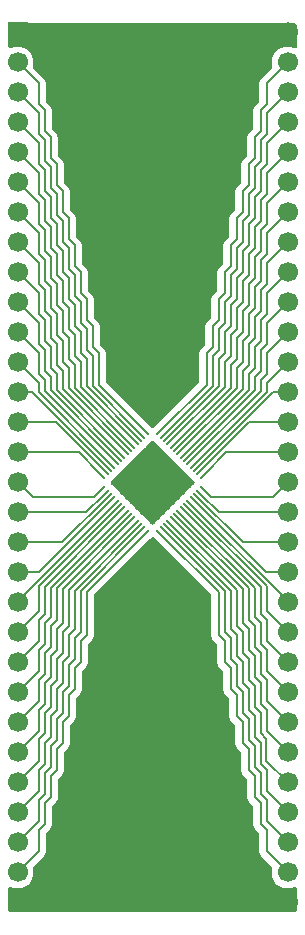
<source format=gtl>
G04 #@! TF.GenerationSoftware,KiCad,Pcbnew,9.0.6*
G04 #@! TF.CreationDate,2026-01-07T22:53:03-06:00*
G04 #@! TF.ProjectId,QFN-56_7x7_P0.4,51464e2d-3536-45f3-9778-375f50302e34,rev?*
G04 #@! TF.SameCoordinates,Original*
G04 #@! TF.FileFunction,Copper,L1,Top*
G04 #@! TF.FilePolarity,Positive*
%FSLAX46Y46*%
G04 Gerber Fmt 4.6, Leading zero omitted, Abs format (unit mm)*
G04 Created by KiCad (PCBNEW 9.0.6) date 2026-01-07 22:53:03*
%MOMM*%
%LPD*%
G01*
G04 APERTURE LIST*
G04 Aperture macros list*
%AMRoundRect*
0 Rectangle with rounded corners*
0 $1 Rounding radius*
0 $2 $3 $4 $5 $6 $7 $8 $9 X,Y pos of 4 corners*
0 Add a 4 corners polygon primitive as box body*
4,1,4,$2,$3,$4,$5,$6,$7,$8,$9,$2,$3,0*
0 Add four circle primitives for the rounded corners*
1,1,$1+$1,$2,$3*
1,1,$1+$1,$4,$5*
1,1,$1+$1,$6,$7*
1,1,$1+$1,$8,$9*
0 Add four rect primitives between the rounded corners*
20,1,$1+$1,$2,$3,$4,$5,0*
20,1,$1+$1,$4,$5,$6,$7,0*
20,1,$1+$1,$6,$7,$8,$9,0*
20,1,$1+$1,$8,$9,$2,$3,0*%
%AMRotRect*
0 Rectangle, with rotation*
0 The origin of the aperture is its center*
0 $1 length*
0 $2 width*
0 $3 Rotation angle, in degrees counterclockwise*
0 Add horizontal line*
21,1,$1,$2,0,0,$3*%
G04 Aperture macros list end*
G04 #@! TA.AperFunction,ComponentPad*
%ADD10C,1.700000*%
G04 #@! TD*
G04 #@! TA.AperFunction,ComponentPad*
%ADD11R,1.700000X1.700000*%
G04 #@! TD*
G04 #@! TA.AperFunction,SMDPad,CuDef*
%ADD12RoundRect,0.050000X-0.424264X0.353553X0.353553X-0.424264X0.424264X-0.353553X-0.353553X0.424264X0*%
G04 #@! TD*
G04 #@! TA.AperFunction,SMDPad,CuDef*
%ADD13RoundRect,0.050000X-0.424264X-0.353553X-0.353553X-0.424264X0.424264X0.353553X0.353553X0.424264X0*%
G04 #@! TD*
G04 #@! TA.AperFunction,HeatsinkPad*
%ADD14C,0.500000*%
G04 #@! TD*
G04 #@! TA.AperFunction,HeatsinkPad*
%ADD15RotRect,4.000000X4.000000X315.000000*%
G04 #@! TD*
G04 #@! TA.AperFunction,ViaPad*
%ADD16C,0.600000*%
G04 #@! TD*
G04 #@! TA.AperFunction,Conductor*
%ADD17C,0.200000*%
G04 #@! TD*
G04 APERTURE END LIST*
D10*
X149860000Y-83820000D03*
X149860000Y-86360000D03*
X149860000Y-88900000D03*
X149860000Y-91440000D03*
X149860000Y-93980000D03*
X149860000Y-96520000D03*
X149860000Y-99060000D03*
X149860000Y-101600000D03*
X149860000Y-104140000D03*
X149860000Y-106680000D03*
X149860000Y-109220000D03*
X149860000Y-111760000D03*
X149860000Y-114300000D03*
X149860000Y-116840000D03*
X149860000Y-119380000D03*
X149860000Y-121920000D03*
X149860000Y-124460000D03*
X149860000Y-127000000D03*
X149860000Y-129540000D03*
X149860000Y-132080000D03*
X149860000Y-134620000D03*
X149860000Y-137160000D03*
X149860000Y-139700000D03*
X149860000Y-142240000D03*
X149860000Y-144780000D03*
X149860000Y-147320000D03*
X149860000Y-149860000D03*
X149860000Y-152400000D03*
X149860000Y-154940000D03*
X149860000Y-157480000D03*
D11*
X127000000Y-83820000D03*
D10*
X127000000Y-86360000D03*
X127000000Y-88900000D03*
X127000000Y-91440000D03*
X127000000Y-93980000D03*
X127000000Y-96520000D03*
X127000000Y-99060000D03*
X127000000Y-101600000D03*
X127000000Y-104140000D03*
X127000000Y-106680000D03*
X127000000Y-109220000D03*
X127000000Y-111760000D03*
X127000000Y-114300000D03*
X127000000Y-116840000D03*
X127000000Y-119380000D03*
X127000000Y-121920000D03*
X127000000Y-124460000D03*
X127000000Y-127000000D03*
X127000000Y-129540000D03*
X127000000Y-132080000D03*
X127000000Y-134620000D03*
X127000000Y-137160000D03*
X127000000Y-139700000D03*
X127000000Y-142240000D03*
X127000000Y-144780000D03*
X127000000Y-147320000D03*
X127000000Y-149860000D03*
X127000000Y-152400000D03*
X127000000Y-154940000D03*
X127000000Y-157480000D03*
D12*
X137687538Y-117500583D03*
X137404696Y-117783426D03*
X137121852Y-118066268D03*
X136839010Y-118349111D03*
X136556167Y-118631953D03*
X136273325Y-118914797D03*
X135990482Y-119197639D03*
X135707639Y-119480482D03*
X135424797Y-119763325D03*
X135141953Y-120046167D03*
X134859111Y-120329010D03*
X134576268Y-120611852D03*
X134293426Y-120894696D03*
X134010583Y-121177538D03*
D13*
X134010583Y-122662462D03*
X134293426Y-122945304D03*
X134576268Y-123228148D03*
X134859111Y-123510990D03*
X135141953Y-123793833D03*
X135424797Y-124076675D03*
X135707639Y-124359518D03*
X135990482Y-124642361D03*
X136273325Y-124925203D03*
X136556167Y-125208047D03*
X136839010Y-125490889D03*
X137121852Y-125773732D03*
X137404696Y-126056574D03*
X137687538Y-126339417D03*
D12*
X139172462Y-126339417D03*
X139455304Y-126056574D03*
X139738148Y-125773732D03*
X140020990Y-125490889D03*
X140303833Y-125208047D03*
X140586675Y-124925203D03*
X140869518Y-124642361D03*
X141152361Y-124359518D03*
X141435203Y-124076675D03*
X141718047Y-123793833D03*
X142000889Y-123510990D03*
X142283732Y-123228148D03*
X142566574Y-122945304D03*
X142849417Y-122662462D03*
D13*
X142849417Y-121177538D03*
X142566574Y-120894696D03*
X142283732Y-120611852D03*
X142000889Y-120329010D03*
X141718047Y-120046167D03*
X141435203Y-119763325D03*
X141152361Y-119480482D03*
X140869518Y-119197639D03*
X140586675Y-118914797D03*
X140303833Y-118631953D03*
X140020990Y-118349111D03*
X139738148Y-118066268D03*
X139455304Y-117783426D03*
X139172462Y-117500583D03*
D14*
X138430000Y-119445126D03*
X137192563Y-120682563D03*
X135955126Y-121920000D03*
X139667437Y-120682563D03*
X138430000Y-121920000D03*
D15*
X138430000Y-121920000D03*
D14*
X137192563Y-123157437D03*
X140904874Y-121920000D03*
X139667437Y-123157437D03*
X138430000Y-124394874D03*
D16*
X138430000Y-97790000D03*
X138430000Y-145796000D03*
X138430000Y-115570000D03*
X138430000Y-128270000D03*
D17*
X147066000Y-140970000D02*
X147574000Y-141478000D01*
X140020990Y-125490889D02*
X145542000Y-131011899D01*
X145542000Y-134112000D02*
X146050000Y-134620000D01*
X146050000Y-136398000D02*
X146558000Y-136906000D01*
X147066000Y-139192000D02*
X147066000Y-140970000D01*
X145542000Y-131011899D02*
X145542000Y-134112000D01*
X146558000Y-136906000D02*
X146558000Y-138684000D01*
X146558000Y-138684000D02*
X147066000Y-139192000D01*
X146050000Y-134620000D02*
X146050000Y-136398000D01*
X148053157Y-143637000D02*
X148053157Y-145513157D01*
X147574000Y-143157843D02*
X148053157Y-143637000D01*
X147574000Y-141478000D02*
X147574000Y-143157843D01*
X148053157Y-145513157D02*
X149860000Y-147320000D01*
X148082000Y-150622000D02*
X149860000Y-152400000D01*
X146050000Y-141478000D02*
X146558000Y-141986000D01*
X146050000Y-138938000D02*
X146558000Y-139446000D01*
X146558000Y-139446000D02*
X146558000Y-141224000D01*
X148082000Y-148844000D02*
X148082000Y-150622000D01*
X145034000Y-134366000D02*
X145542000Y-134874000D01*
X139455304Y-126056574D02*
X144526000Y-131127270D01*
X147574000Y-148336000D02*
X148082000Y-148844000D01*
X147574000Y-146558000D02*
X147574000Y-148336000D01*
X145034000Y-135128000D02*
X145034000Y-136906000D01*
X147066000Y-146050000D02*
X147574000Y-146558000D01*
X147066000Y-144272000D02*
X147066000Y-146050000D01*
X145542000Y-139192000D02*
X146050000Y-139700000D01*
X146558000Y-143764000D02*
X147066000Y-144272000D01*
X147574000Y-145796000D02*
X148082000Y-146304000D01*
X146558000Y-141986000D02*
X146558000Y-143764000D01*
X145034000Y-136906000D02*
X145542000Y-137414000D01*
X146050000Y-139700000D02*
X146050000Y-141478000D01*
X146558000Y-141224000D02*
X147066000Y-141732000D01*
X145034000Y-131069584D02*
X145034000Y-134366000D01*
X139738148Y-125773732D02*
X145034000Y-131069584D01*
X144526000Y-134620000D02*
X145034000Y-135128000D01*
X144526000Y-131127270D02*
X144526000Y-134620000D01*
X145542000Y-136652000D02*
X146050000Y-137160000D01*
X147066000Y-141732000D02*
X147066000Y-143510000D01*
X145542000Y-137414000D02*
X145542000Y-139192000D01*
X147574000Y-144018000D02*
X147574000Y-145796000D01*
X148082000Y-148082000D02*
X149860000Y-149860000D01*
X148082000Y-146304000D02*
X148082000Y-148082000D01*
X147066000Y-143510000D02*
X147574000Y-144018000D01*
X145542000Y-134874000D02*
X145542000Y-136652000D01*
X147574000Y-136398000D02*
X147574000Y-138176000D01*
X148082000Y-137922000D02*
X149860000Y-139700000D01*
X142000889Y-123510990D02*
X148029899Y-129540000D01*
X142283732Y-123228148D02*
X146055584Y-127000000D01*
X146050000Y-133858000D02*
X146558000Y-134366000D01*
X147066000Y-133350000D02*
X147574000Y-133858000D01*
X142849417Y-122662462D02*
X143376955Y-123190000D01*
X140869518Y-124642361D02*
X147066000Y-130838843D01*
X146055584Y-127000000D02*
X149860000Y-127000000D01*
X143376955Y-123190000D02*
X148590000Y-123190000D01*
X148082000Y-135382000D02*
X149860000Y-137160000D01*
X147066000Y-138430000D02*
X147574000Y-138938000D01*
X148082000Y-143002000D02*
X149860000Y-144780000D01*
X147574000Y-138938000D02*
X147574000Y-140716000D01*
X148082000Y-140462000D02*
X149860000Y-142240000D01*
X146558000Y-133604000D02*
X147066000Y-134112000D01*
X148082000Y-138684000D02*
X148082000Y-140462000D01*
X147066000Y-135890000D02*
X147574000Y-136398000D01*
X146558000Y-130896528D02*
X146558000Y-133604000D01*
X140586675Y-124925203D02*
X146558000Y-130896528D01*
X149860000Y-131935786D02*
X141718047Y-123793833D01*
X147574000Y-133858000D02*
X147574000Y-135636000D01*
X148082000Y-132842000D02*
X149860000Y-134620000D01*
X147574000Y-130781157D02*
X147574000Y-133096000D01*
X148082000Y-133604000D02*
X148082000Y-135382000D01*
X146558000Y-134366000D02*
X146558000Y-136144000D01*
X149860000Y-132080000D02*
X149860000Y-131935786D01*
X147574000Y-140716000D02*
X148082000Y-141224000D01*
X147574000Y-138176000D02*
X148082000Y-138684000D01*
X147066000Y-134112000D02*
X147066000Y-135890000D01*
X147066000Y-136652000D02*
X147066000Y-138430000D01*
X148082000Y-136144000D02*
X148082000Y-137922000D01*
X146558000Y-136144000D02*
X147066000Y-136652000D01*
X141152361Y-124359518D02*
X147574000Y-130781157D01*
X148590000Y-123190000D02*
X149860000Y-121920000D01*
X146050000Y-137160000D02*
X146050000Y-138938000D01*
X147574000Y-133096000D02*
X148082000Y-133604000D01*
X147574000Y-135636000D02*
X148082000Y-136144000D01*
X147066000Y-130838843D02*
X147066000Y-133350000D01*
X144081270Y-124460000D02*
X149860000Y-124460000D01*
X148029899Y-129540000D02*
X149860000Y-129540000D01*
X148082000Y-130723472D02*
X148082000Y-132842000D01*
X148082000Y-141224000D02*
X148082000Y-143002000D01*
X146050000Y-130954214D02*
X146050000Y-133858000D01*
X141435203Y-124076675D02*
X148082000Y-130723472D01*
X142566574Y-122945304D02*
X144081270Y-124460000D01*
X140303833Y-125208047D02*
X146050000Y-130954214D01*
X145034000Y-139446000D02*
X145542000Y-139954000D01*
X139172462Y-126339417D02*
X144018000Y-131184955D01*
X147574000Y-149098000D02*
X147574000Y-150876000D01*
X146558000Y-146304000D02*
X147066000Y-146812000D01*
X146558000Y-144526000D02*
X146558000Y-146304000D01*
X147574000Y-150876000D02*
X148082000Y-151384000D01*
X147066000Y-148590000D02*
X147574000Y-149098000D01*
X146050000Y-144018000D02*
X146558000Y-144526000D01*
X146050000Y-142240000D02*
X146050000Y-144018000D01*
X144018000Y-131184955D02*
X144018000Y-134874000D01*
X144018000Y-134874000D02*
X144526000Y-135382000D01*
X144526000Y-137160000D02*
X145034000Y-137668000D01*
X144526000Y-135382000D02*
X144526000Y-137160000D01*
X145034000Y-137668000D02*
X145034000Y-139446000D01*
X145542000Y-139954000D02*
X145542000Y-141732000D01*
X147066000Y-146812000D02*
X147066000Y-148590000D01*
X148082000Y-151384000D02*
X148082000Y-153162000D01*
X145542000Y-141732000D02*
X146050000Y-142240000D01*
X148082000Y-153162000D02*
X149860000Y-154940000D01*
X128778000Y-150622000D02*
X127000000Y-152400000D01*
X128778000Y-148844000D02*
X128778000Y-150622000D01*
X129286000Y-148336000D02*
X128778000Y-148844000D01*
X129286000Y-146558000D02*
X129286000Y-148336000D01*
X129794000Y-146050000D02*
X129286000Y-146558000D01*
X129794000Y-144272000D02*
X129794000Y-146050000D01*
X130302000Y-143764000D02*
X129794000Y-144272000D01*
X130302000Y-141986000D02*
X130302000Y-143764000D01*
X130810000Y-141478000D02*
X130302000Y-141986000D01*
X131318000Y-139192000D02*
X130810000Y-139700000D01*
X131826000Y-136906000D02*
X131318000Y-137414000D01*
X131826000Y-135128000D02*
X131826000Y-136906000D01*
X130810000Y-139700000D02*
X130810000Y-141478000D01*
X132334000Y-134620000D02*
X131826000Y-135128000D01*
X132334000Y-131127270D02*
X132334000Y-134620000D01*
X137404696Y-126056574D02*
X132334000Y-131127270D01*
X131318000Y-137414000D02*
X131318000Y-139192000D01*
X128778000Y-148082000D02*
X127000000Y-149860000D01*
X128778000Y-146304000D02*
X128778000Y-148082000D01*
X129286000Y-145796000D02*
X128778000Y-146304000D01*
X129286000Y-144018000D02*
X129286000Y-145796000D01*
X129794000Y-143510000D02*
X129286000Y-144018000D01*
X129794000Y-141732000D02*
X129794000Y-143510000D01*
X130302000Y-141224000D02*
X129794000Y-141732000D01*
X131318000Y-136652000D02*
X130810000Y-137160000D01*
X131826000Y-134366000D02*
X131318000Y-134874000D01*
X131318000Y-134874000D02*
X131318000Y-136652000D01*
X130810000Y-138938000D02*
X130302000Y-139446000D01*
X130302000Y-139446000D02*
X130302000Y-141224000D01*
X131826000Y-131069584D02*
X131826000Y-134366000D01*
X137121852Y-125773732D02*
X131826000Y-131069584D01*
X130810000Y-137160000D02*
X130810000Y-138938000D01*
X128806843Y-145513157D02*
X127000000Y-147320000D01*
X128806843Y-143637000D02*
X128806843Y-145513157D01*
X129286000Y-143157843D02*
X128806843Y-143637000D01*
X129286000Y-141478000D02*
X129286000Y-143157843D01*
X129794000Y-140970000D02*
X129286000Y-141478000D01*
X130302000Y-136906000D02*
X130302000Y-138684000D01*
X130302000Y-138684000D02*
X129794000Y-139192000D01*
X130810000Y-134620000D02*
X130810000Y-136398000D01*
X131318000Y-134112000D02*
X130810000Y-134620000D01*
X129794000Y-139192000D02*
X129794000Y-140970000D01*
X136839010Y-125490889D02*
X131318000Y-131011899D01*
X131318000Y-131011899D02*
X131318000Y-134112000D01*
X130810000Y-136398000D02*
X130302000Y-136906000D01*
X128778000Y-143002000D02*
X127000000Y-144780000D01*
X129286000Y-140716000D02*
X128778000Y-141224000D01*
X129286000Y-138938000D02*
X129286000Y-140716000D01*
X128778000Y-141224000D02*
X128778000Y-143002000D01*
X129794000Y-138430000D02*
X129286000Y-138938000D01*
X129794000Y-136652000D02*
X129794000Y-138430000D01*
X130302000Y-136144000D02*
X129794000Y-136652000D01*
X130810000Y-133858000D02*
X130302000Y-134366000D01*
X130810000Y-130954214D02*
X130810000Y-133858000D01*
X130302000Y-134366000D02*
X130302000Y-136144000D01*
X136556167Y-125208047D02*
X130810000Y-130954214D01*
X128778000Y-140462000D02*
X127000000Y-142240000D01*
X128778000Y-138684000D02*
X128778000Y-140462000D01*
X129286000Y-138176000D02*
X128778000Y-138684000D01*
X129286000Y-136398000D02*
X129286000Y-138176000D01*
X129794000Y-135890000D02*
X129286000Y-136398000D01*
X129794000Y-134112000D02*
X129794000Y-135890000D01*
X130302000Y-133604000D02*
X129794000Y-134112000D01*
X130302000Y-130896528D02*
X130302000Y-133604000D01*
X136273325Y-124925203D02*
X130302000Y-130896528D01*
X128778000Y-136144000D02*
X128778000Y-137922000D01*
X129286000Y-133858000D02*
X129286000Y-135636000D01*
X129794000Y-133350000D02*
X129286000Y-133858000D01*
X129286000Y-135636000D02*
X128778000Y-136144000D01*
X128778000Y-137922000D02*
X127000000Y-139700000D01*
X129794000Y-130838843D02*
X129794000Y-133350000D01*
X135990482Y-124642361D02*
X129794000Y-130838843D01*
X128778000Y-135382000D02*
X127000000Y-137160000D01*
X129286000Y-133096000D02*
X128778000Y-133604000D01*
X128778000Y-133604000D02*
X128778000Y-135382000D01*
X129286000Y-130781157D02*
X129286000Y-133096000D01*
X135707639Y-124359518D02*
X129286000Y-130781157D01*
X128778000Y-132842000D02*
X127000000Y-134620000D01*
X128778000Y-130723472D02*
X128778000Y-132842000D01*
X135424797Y-124076675D02*
X128778000Y-130723472D01*
X127000000Y-131935786D02*
X135141953Y-123793833D01*
X127000000Y-132080000D02*
X127000000Y-131935786D01*
X128830101Y-129540000D02*
X127000000Y-129540000D01*
X134859111Y-123510990D02*
X128830101Y-129540000D01*
X130804416Y-127000000D02*
X127000000Y-127000000D01*
X134576268Y-123228148D02*
X130804416Y-127000000D01*
X132778730Y-124460000D02*
X127000000Y-124460000D01*
X134293426Y-122945304D02*
X132778730Y-124460000D01*
X128270000Y-123190000D02*
X127000000Y-121920000D01*
X133483045Y-123190000D02*
X128270000Y-123190000D01*
X134010583Y-122662462D02*
X133483045Y-123190000D01*
X147066000Y-110490000D02*
X147574000Y-109982000D01*
X147574000Y-107442000D02*
X147574000Y-105664000D01*
X141435203Y-119763325D02*
X147066000Y-114132528D01*
X148082000Y-105156000D02*
X148082000Y-103378000D01*
X148082000Y-110236000D02*
X148082000Y-108458000D01*
X147574000Y-110744000D02*
X148082000Y-110236000D01*
X147066000Y-114132528D02*
X147066000Y-113030000D01*
X149860000Y-111760000D02*
X148082000Y-113538000D01*
X148082000Y-107696000D02*
X148082000Y-105918000D01*
X146558000Y-114074843D02*
X146558000Y-112776000D01*
X148595584Y-114300000D02*
X149860000Y-114300000D01*
X148082000Y-108458000D02*
X149860000Y-106680000D01*
X148082000Y-110998000D02*
X149860000Y-109220000D01*
X147066000Y-107950000D02*
X147574000Y-107442000D01*
X147066000Y-109728000D02*
X147066000Y-107950000D01*
X146558000Y-110236000D02*
X147066000Y-109728000D01*
X146050000Y-114017157D02*
X146050000Y-112522000D01*
X142000889Y-120329010D02*
X148082000Y-114247899D01*
X146558000Y-112776000D02*
X147066000Y-112268000D01*
X147066000Y-113030000D02*
X147574000Y-112522000D01*
X146558000Y-112014000D02*
X146558000Y-110236000D01*
X142566574Y-120894696D02*
X146621270Y-116840000D01*
X147066000Y-112268000D02*
X147066000Y-110490000D01*
X148082000Y-112776000D02*
X148082000Y-110998000D01*
X142283732Y-120611852D02*
X148595584Y-114300000D01*
X140869518Y-119197639D02*
X146050000Y-114017157D01*
X146050000Y-112522000D02*
X146558000Y-112014000D01*
X146621270Y-116840000D02*
X149860000Y-116840000D01*
X147574000Y-109982000D02*
X147574000Y-108204000D01*
X147574000Y-114190214D02*
X147574000Y-113284000D01*
X148082000Y-114247899D02*
X148082000Y-113538000D01*
X147574000Y-108204000D02*
X148082000Y-107696000D01*
X147574000Y-112522000D02*
X147574000Y-110744000D01*
X141718047Y-120046167D02*
X147574000Y-114190214D01*
X147574000Y-113284000D02*
X148082000Y-112776000D01*
X148082000Y-103378000D02*
X149860000Y-101600000D01*
X148082000Y-105918000D02*
X149860000Y-104140000D01*
X147574000Y-105664000D02*
X148082000Y-105156000D01*
X141152361Y-119480482D02*
X146558000Y-114074843D01*
X145542000Y-112268000D02*
X146050000Y-111760000D01*
X145034000Y-113901786D02*
X145034000Y-112014000D01*
X140303833Y-118631953D02*
X145034000Y-113901786D01*
X144646955Y-119380000D02*
X149860000Y-119380000D01*
X146558000Y-105156000D02*
X147066000Y-104648000D01*
X148082000Y-100838000D02*
X149860000Y-99060000D01*
X145542000Y-113959472D02*
X145542000Y-112268000D01*
X148082000Y-100076000D02*
X148082000Y-98298000D01*
X146050000Y-107442000D02*
X146558000Y-106934000D01*
X145034000Y-112014000D02*
X145542000Y-111506000D01*
X145542000Y-109728000D02*
X146050000Y-109220000D01*
X148082000Y-102616000D02*
X148082000Y-100838000D01*
X147066000Y-107188000D02*
X147066000Y-105410000D01*
X146558000Y-109474000D02*
X146558000Y-107696000D01*
X146050000Y-109220000D02*
X146050000Y-107442000D01*
X146050000Y-111760000D02*
X146050000Y-109982000D01*
X147574000Y-100584000D02*
X148082000Y-100076000D01*
X148082000Y-98298000D02*
X149860000Y-96520000D01*
X147574000Y-103124000D02*
X148082000Y-102616000D01*
X142849417Y-121177538D02*
X144646955Y-119380000D01*
X146558000Y-107696000D02*
X147066000Y-107188000D01*
X147574000Y-102362000D02*
X147574000Y-100584000D01*
X147066000Y-104648000D02*
X147066000Y-102870000D01*
X140586675Y-118914797D02*
X145542000Y-113959472D01*
X145542000Y-111506000D02*
X145542000Y-109728000D01*
X147066000Y-105410000D02*
X147574000Y-104902000D01*
X146050000Y-109982000D02*
X146558000Y-109474000D01*
X146558000Y-106934000D02*
X146558000Y-105156000D01*
X147066000Y-102870000D02*
X147574000Y-102362000D01*
X147574000Y-104902000D02*
X147574000Y-103124000D01*
X146558000Y-96774000D02*
X146558000Y-94996000D01*
X146050000Y-97282000D02*
X146558000Y-96774000D01*
X147066000Y-94488000D02*
X147066000Y-92710000D01*
X146050000Y-99060000D02*
X146050000Y-97282000D01*
X146558000Y-94996000D02*
X147066000Y-94488000D01*
X148082000Y-89916000D02*
X148082000Y-88138000D01*
X147574000Y-90424000D02*
X148082000Y-89916000D01*
X145542000Y-107188000D02*
X146050000Y-106680000D01*
X147066000Y-100330000D02*
X147574000Y-99822000D01*
X145542000Y-108966000D02*
X145542000Y-107188000D01*
X145034000Y-111252000D02*
X145034000Y-109474000D01*
X146558000Y-104394000D02*
X146558000Y-102616000D01*
X144526000Y-111760000D02*
X145034000Y-111252000D01*
X146050000Y-106680000D02*
X146050000Y-104902000D01*
X140020990Y-118349111D02*
X144526000Y-113844101D01*
X147574000Y-98044000D02*
X148082000Y-97536000D01*
X148082000Y-97536000D02*
X148082000Y-95758000D01*
X147066000Y-102108000D02*
X147066000Y-100330000D01*
X147574000Y-99822000D02*
X147574000Y-98044000D01*
X145034000Y-109474000D02*
X145542000Y-108966000D01*
X146558000Y-102616000D02*
X147066000Y-102108000D01*
X144526000Y-113844101D02*
X144526000Y-111760000D01*
X146050000Y-104902000D02*
X146558000Y-104394000D01*
X148082000Y-95758000D02*
X149860000Y-93980000D01*
X145542000Y-99568000D02*
X146050000Y-99060000D01*
X145542000Y-101346000D02*
X145542000Y-99568000D01*
X147066000Y-92710000D02*
X147574000Y-92202000D01*
X147574000Y-95504000D02*
X148082000Y-94996000D01*
X145034000Y-108712000D02*
X145034000Y-106934000D01*
X147574000Y-97282000D02*
X147574000Y-95504000D01*
X145542000Y-104648000D02*
X146050000Y-104140000D01*
X146558000Y-101854000D02*
X146558000Y-100076000D01*
X147066000Y-97790000D02*
X147574000Y-97282000D01*
X148082000Y-93218000D02*
X149860000Y-91440000D01*
X145542000Y-106426000D02*
X145542000Y-104648000D01*
X146050000Y-104140000D02*
X146050000Y-102362000D01*
X146558000Y-100076000D02*
X147066000Y-99568000D01*
X146050000Y-102362000D02*
X146558000Y-101854000D01*
X147066000Y-99568000D02*
X147066000Y-97790000D01*
X145034000Y-106934000D02*
X145542000Y-106426000D01*
X148082000Y-94996000D02*
X148082000Y-93218000D01*
X144526000Y-109220000D02*
X145034000Y-108712000D01*
X144526000Y-110998000D02*
X144526000Y-109220000D01*
X139738148Y-118066268D02*
X144018000Y-113786416D01*
X144018000Y-111506000D02*
X144526000Y-110998000D01*
X144018000Y-113786416D02*
X144018000Y-111506000D01*
X145034000Y-101854000D02*
X145542000Y-101346000D01*
X145034000Y-103632000D02*
X145034000Y-101854000D01*
X148082000Y-88138000D02*
X149860000Y-86360000D01*
X147066000Y-97028000D02*
X147066000Y-95250000D01*
X146558000Y-97536000D02*
X147066000Y-97028000D01*
X147574000Y-92964000D02*
X148082000Y-92456000D01*
X146558000Y-99314000D02*
X146558000Y-97536000D01*
X144526000Y-105918000D02*
X144526000Y-104140000D01*
X144526000Y-104140000D02*
X145034000Y-103632000D01*
X144018000Y-108204000D02*
X144018000Y-106426000D01*
X148082000Y-90678000D02*
X149860000Y-88900000D01*
X147574000Y-94742000D02*
X147574000Y-92964000D01*
X147066000Y-95250000D02*
X147574000Y-94742000D01*
X143510000Y-108712000D02*
X144018000Y-108204000D01*
X147574000Y-92202000D02*
X147574000Y-90424000D01*
X143002000Y-113671045D02*
X143002000Y-110998000D01*
X139172462Y-117500583D02*
X143002000Y-113671045D01*
X146050000Y-99822000D02*
X146558000Y-99314000D01*
X148082000Y-92456000D02*
X148082000Y-90678000D01*
X144018000Y-106426000D02*
X144526000Y-105918000D01*
X143510000Y-110490000D02*
X143510000Y-108712000D01*
X143002000Y-110998000D02*
X143510000Y-110490000D01*
X145542000Y-103886000D02*
X145542000Y-102108000D01*
X145034000Y-104394000D02*
X145542000Y-103886000D01*
X145034000Y-106172000D02*
X145034000Y-104394000D01*
X144526000Y-106680000D02*
X145034000Y-106172000D01*
X144526000Y-108458000D02*
X144526000Y-106680000D01*
X144018000Y-110744000D02*
X144018000Y-108966000D01*
X139455304Y-117783426D02*
X143510000Y-113728730D01*
X144018000Y-108966000D02*
X144526000Y-108458000D01*
X143510000Y-111252000D02*
X144018000Y-110744000D01*
X143510000Y-113728730D02*
X143510000Y-111252000D01*
X146050000Y-101600000D02*
X146050000Y-99822000D01*
X145542000Y-102108000D02*
X146050000Y-101600000D01*
X128778000Y-89916000D02*
X128778000Y-88138000D01*
X129286000Y-90424000D02*
X128778000Y-89916000D01*
X129794000Y-94488000D02*
X129794000Y-92710000D01*
X130302000Y-94996000D02*
X129794000Y-94488000D01*
X130302000Y-96774000D02*
X130302000Y-94996000D01*
X130810000Y-97282000D02*
X130302000Y-96774000D01*
X130810000Y-99060000D02*
X130810000Y-97282000D01*
X131318000Y-99568000D02*
X130810000Y-99060000D01*
X131318000Y-101346000D02*
X131318000Y-99568000D01*
X129794000Y-92710000D02*
X129286000Y-92202000D01*
X131826000Y-101854000D02*
X131318000Y-101346000D01*
X128778000Y-88138000D02*
X127000000Y-86360000D01*
X131826000Y-103632000D02*
X131826000Y-101854000D01*
X132334000Y-104140000D02*
X131826000Y-103632000D01*
X132334000Y-105918000D02*
X132334000Y-104140000D01*
X132842000Y-106426000D02*
X132334000Y-105918000D01*
X132842000Y-108204000D02*
X132842000Y-106426000D01*
X133350000Y-108712000D02*
X132842000Y-108204000D01*
X133350000Y-110490000D02*
X133350000Y-108712000D01*
X129286000Y-92202000D02*
X129286000Y-90424000D01*
X133858000Y-110998000D02*
X133350000Y-110490000D01*
X133858000Y-113671045D02*
X133858000Y-110998000D01*
X137687538Y-117500583D02*
X133858000Y-113671045D01*
X128778000Y-90678000D02*
X127000000Y-88900000D01*
X128778000Y-92456000D02*
X128778000Y-90678000D01*
X129286000Y-92964000D02*
X128778000Y-92456000D01*
X129286000Y-94742000D02*
X129286000Y-92964000D01*
X129794000Y-95250000D02*
X129286000Y-94742000D01*
X129794000Y-97028000D02*
X129794000Y-95250000D01*
X130302000Y-97536000D02*
X129794000Y-97028000D01*
X130302000Y-99314000D02*
X130302000Y-97536000D01*
X130810000Y-99822000D02*
X130302000Y-99314000D01*
X130810000Y-101600000D02*
X130810000Y-99822000D01*
X131318000Y-102108000D02*
X130810000Y-101600000D01*
X131318000Y-103886000D02*
X131318000Y-102108000D01*
X131826000Y-104394000D02*
X131318000Y-103886000D01*
X131826000Y-106172000D02*
X131826000Y-104394000D01*
X132334000Y-106680000D02*
X131826000Y-106172000D01*
X132334000Y-108458000D02*
X132334000Y-106680000D01*
X132842000Y-108966000D02*
X132334000Y-108458000D01*
X132842000Y-110744000D02*
X132842000Y-108966000D01*
X133350000Y-111252000D02*
X132842000Y-110744000D01*
X133350000Y-113728730D02*
X133350000Y-111252000D01*
X137404696Y-117783426D02*
X133350000Y-113728730D01*
X128778000Y-93218000D02*
X127000000Y-91440000D01*
X128778000Y-94996000D02*
X128778000Y-93218000D01*
X129286000Y-97282000D02*
X129286000Y-95504000D01*
X129794000Y-97790000D02*
X129286000Y-97282000D01*
X129794000Y-99568000D02*
X129794000Y-97790000D01*
X130302000Y-100076000D02*
X129794000Y-99568000D01*
X130302000Y-101854000D02*
X130302000Y-100076000D01*
X130810000Y-102362000D02*
X130302000Y-101854000D01*
X131318000Y-104648000D02*
X130810000Y-104140000D01*
X129286000Y-95504000D02*
X128778000Y-94996000D01*
X131318000Y-106426000D02*
X131318000Y-104648000D01*
X131826000Y-106934000D02*
X131318000Y-106426000D01*
X130810000Y-104140000D02*
X130810000Y-102362000D01*
X131826000Y-108712000D02*
X131826000Y-106934000D01*
X132334000Y-109220000D02*
X131826000Y-108712000D01*
X132334000Y-110998000D02*
X132334000Y-109220000D01*
X132842000Y-111506000D02*
X132334000Y-110998000D01*
X132842000Y-113786416D02*
X132842000Y-111506000D01*
X137121852Y-118066268D02*
X132842000Y-113786416D01*
X128778000Y-95758000D02*
X127000000Y-93980000D01*
X129286000Y-98044000D02*
X128778000Y-97536000D01*
X129286000Y-99822000D02*
X129286000Y-98044000D01*
X129794000Y-100330000D02*
X129286000Y-99822000D01*
X128778000Y-97536000D02*
X128778000Y-95758000D01*
X129794000Y-102108000D02*
X129794000Y-100330000D01*
X130302000Y-102616000D02*
X129794000Y-102108000D01*
X130302000Y-104394000D02*
X130302000Y-102616000D01*
X130810000Y-104902000D02*
X130302000Y-104394000D01*
X131318000Y-107188000D02*
X130810000Y-106680000D01*
X131318000Y-108966000D02*
X131318000Y-107188000D01*
X131826000Y-109474000D02*
X131318000Y-108966000D01*
X131826000Y-111252000D02*
X131826000Y-109474000D01*
X132334000Y-111760000D02*
X131826000Y-111252000D01*
X132334000Y-113844101D02*
X132334000Y-111760000D01*
X130810000Y-106680000D02*
X130810000Y-104902000D01*
X136839010Y-118349111D02*
X132334000Y-113844101D01*
X128778000Y-100076000D02*
X128778000Y-98298000D01*
X129286000Y-100584000D02*
X128778000Y-100076000D01*
X129286000Y-102362000D02*
X129286000Y-100584000D01*
X129794000Y-102870000D02*
X129286000Y-102362000D01*
X129794000Y-104648000D02*
X129794000Y-102870000D01*
X128778000Y-98298000D02*
X127000000Y-96520000D01*
X130302000Y-105156000D02*
X129794000Y-104648000D01*
X130302000Y-106934000D02*
X130302000Y-105156000D01*
X130810000Y-107442000D02*
X130302000Y-106934000D01*
X130810000Y-109220000D02*
X130810000Y-107442000D01*
X131318000Y-109728000D02*
X130810000Y-109220000D01*
X131318000Y-111506000D02*
X131318000Y-109728000D01*
X131826000Y-112014000D02*
X131318000Y-111506000D01*
X131826000Y-113901786D02*
X131826000Y-112014000D01*
X136556167Y-118631953D02*
X131826000Y-113901786D01*
X128778000Y-100838000D02*
X127000000Y-99060000D01*
X128778000Y-102616000D02*
X128778000Y-100838000D01*
X129286000Y-103124000D02*
X128778000Y-102616000D01*
X129286000Y-104902000D02*
X129286000Y-103124000D01*
X129794000Y-105410000D02*
X129286000Y-104902000D01*
X129794000Y-107188000D02*
X129794000Y-105410000D01*
X130302000Y-107696000D02*
X129794000Y-107188000D01*
X130302000Y-109474000D02*
X130302000Y-107696000D01*
X130810000Y-109982000D02*
X130302000Y-109474000D01*
X130810000Y-111760000D02*
X130810000Y-109982000D01*
X131318000Y-112268000D02*
X130810000Y-111760000D01*
X131318000Y-113959472D02*
X131318000Y-112268000D01*
X136273325Y-118914797D02*
X131318000Y-113959472D01*
X128778000Y-103378000D02*
X127000000Y-101600000D01*
X128778000Y-105156000D02*
X128778000Y-103378000D01*
X129286000Y-105664000D02*
X128778000Y-105156000D01*
X129286000Y-107442000D02*
X129286000Y-105664000D01*
X129794000Y-107950000D02*
X129286000Y-107442000D01*
X129794000Y-109728000D02*
X129794000Y-107950000D01*
X130302000Y-110236000D02*
X129794000Y-109728000D01*
X130302000Y-112014000D02*
X130302000Y-110236000D01*
X130810000Y-112522000D02*
X130302000Y-112014000D01*
X130810000Y-114017157D02*
X130810000Y-112522000D01*
X135990482Y-119197639D02*
X130810000Y-114017157D01*
X128778000Y-105918000D02*
X127000000Y-104140000D01*
X128778000Y-107696000D02*
X128778000Y-105918000D01*
X129286000Y-108204000D02*
X128778000Y-107696000D01*
X129286000Y-109982000D02*
X129286000Y-108204000D01*
X129794000Y-110490000D02*
X129286000Y-109982000D01*
X129794000Y-112268000D02*
X129794000Y-110490000D01*
X130302000Y-112776000D02*
X129794000Y-112268000D01*
X130302000Y-114074843D02*
X130302000Y-112776000D01*
X135707639Y-119480482D02*
X130302000Y-114074843D01*
X128778000Y-108458000D02*
X127000000Y-106680000D01*
X128778000Y-110236000D02*
X128778000Y-108458000D01*
X129286000Y-110744000D02*
X128778000Y-110236000D01*
X129794000Y-114132528D02*
X129794000Y-113030000D01*
X129794000Y-113030000D02*
X129286000Y-112522000D01*
X135424797Y-119763325D02*
X129794000Y-114132528D01*
X129286000Y-112522000D02*
X129286000Y-110744000D01*
X128778000Y-112776000D02*
X128778000Y-110998000D01*
X129286000Y-114190214D02*
X129286000Y-113284000D01*
X128778000Y-110998000D02*
X127000000Y-109220000D01*
X135141953Y-120046167D02*
X129286000Y-114190214D01*
X129286000Y-113284000D02*
X128778000Y-112776000D01*
X127000000Y-111760000D02*
X128778000Y-113538000D01*
X128778000Y-114247899D02*
X128778000Y-113538000D01*
X134859111Y-120329010D02*
X128778000Y-114247899D01*
X128264416Y-114300000D02*
X127000000Y-114300000D01*
X134576268Y-120611852D02*
X128264416Y-114300000D01*
X130238730Y-116840000D02*
X127000000Y-116840000D01*
X134293426Y-120894696D02*
X130238730Y-116840000D01*
X132213045Y-119380000D02*
X127000000Y-119380000D01*
X134010583Y-121177538D02*
X132213045Y-119380000D01*
X137687538Y-126339417D02*
X132842000Y-131184955D01*
X132842000Y-131184955D02*
X132842000Y-134874000D01*
X131826000Y-137668000D02*
X131826000Y-139446000D01*
X132842000Y-134874000D02*
X132334000Y-135382000D01*
X132334000Y-135382000D02*
X132334000Y-137160000D01*
X132334000Y-137160000D02*
X131826000Y-137668000D01*
X131826000Y-139446000D02*
X131318000Y-139954000D01*
X131318000Y-139954000D02*
X131318000Y-141732000D01*
X131318000Y-141732000D02*
X130810000Y-142240000D01*
X130810000Y-142240000D02*
X130810000Y-144018000D01*
X130810000Y-144018000D02*
X130302000Y-144526000D01*
X130302000Y-144526000D02*
X130302000Y-146304000D01*
X130302000Y-146304000D02*
X129794000Y-146812000D01*
X129794000Y-146812000D02*
X129794000Y-148590000D01*
X129794000Y-148590000D02*
X129286000Y-149098000D01*
X129286000Y-150876000D02*
X128778000Y-151384000D01*
X129286000Y-149098000D02*
X129286000Y-150876000D01*
X128778000Y-151384000D02*
X128778000Y-153162000D01*
X128778000Y-153162000D02*
X127000000Y-154940000D01*
G04 #@! TA.AperFunction,Conductor*
G36*
X138473333Y-126505369D02*
G01*
X138517680Y-126533870D01*
X143381181Y-131397371D01*
X143414666Y-131458694D01*
X143417500Y-131485052D01*
X143417500Y-134787330D01*
X143417499Y-134787348D01*
X143417499Y-134953054D01*
X143417498Y-134953054D01*
X143458423Y-135105785D01*
X143484074Y-135150214D01*
X143484076Y-135150216D01*
X143537479Y-135242714D01*
X143537481Y-135242717D01*
X143656349Y-135361585D01*
X143656355Y-135361590D01*
X143889181Y-135594416D01*
X143922666Y-135655739D01*
X143925500Y-135682097D01*
X143925500Y-137073330D01*
X143925499Y-137073348D01*
X143925499Y-137239054D01*
X143925498Y-137239054D01*
X143966423Y-137391785D01*
X143992074Y-137436214D01*
X143992076Y-137436216D01*
X144045479Y-137528714D01*
X144045481Y-137528717D01*
X144164349Y-137647585D01*
X144164355Y-137647590D01*
X144397181Y-137880416D01*
X144430666Y-137941739D01*
X144433500Y-137968097D01*
X144433500Y-139359330D01*
X144433499Y-139359348D01*
X144433499Y-139525054D01*
X144433498Y-139525054D01*
X144474423Y-139677785D01*
X144500074Y-139722214D01*
X144500076Y-139722216D01*
X144553479Y-139814714D01*
X144553481Y-139814717D01*
X144672349Y-139933585D01*
X144672355Y-139933590D01*
X144905181Y-140166416D01*
X144938666Y-140227739D01*
X144941500Y-140254097D01*
X144941500Y-141645330D01*
X144941499Y-141645348D01*
X144941499Y-141811054D01*
X144941498Y-141811054D01*
X144982423Y-141963785D01*
X145008074Y-142008214D01*
X145008076Y-142008216D01*
X145061479Y-142100714D01*
X145061481Y-142100717D01*
X145180349Y-142219585D01*
X145180355Y-142219590D01*
X145413181Y-142452416D01*
X145446666Y-142513739D01*
X145449500Y-142540097D01*
X145449500Y-143931330D01*
X145449499Y-143931348D01*
X145449499Y-144097054D01*
X145449498Y-144097054D01*
X145449499Y-144097056D01*
X145449499Y-144097057D01*
X145490423Y-144249785D01*
X145490425Y-144249788D01*
X145497240Y-144261592D01*
X145569477Y-144386712D01*
X145569481Y-144386717D01*
X145688349Y-144505585D01*
X145688355Y-144505590D01*
X145921181Y-144738416D01*
X145954666Y-144799739D01*
X145957500Y-144826097D01*
X145957500Y-146217330D01*
X145957499Y-146217348D01*
X145957499Y-146383054D01*
X145957498Y-146383054D01*
X145998423Y-146535785D01*
X146024074Y-146580214D01*
X146024076Y-146580216D01*
X146077479Y-146672714D01*
X146077481Y-146672717D01*
X146196349Y-146791585D01*
X146196355Y-146791590D01*
X146429181Y-147024416D01*
X146462666Y-147085739D01*
X146465500Y-147112097D01*
X146465500Y-148503330D01*
X146465499Y-148503348D01*
X146465499Y-148669054D01*
X146465498Y-148669054D01*
X146465499Y-148669056D01*
X146465499Y-148669057D01*
X146506423Y-148821785D01*
X146506424Y-148821786D01*
X146511104Y-148829894D01*
X146511106Y-148829896D01*
X146585477Y-148958712D01*
X146585481Y-148958717D01*
X146704349Y-149077585D01*
X146704355Y-149077590D01*
X146937181Y-149310416D01*
X146970666Y-149371739D01*
X146973500Y-149398097D01*
X146973500Y-150789330D01*
X146973499Y-150789348D01*
X146973499Y-150955054D01*
X146973498Y-150955054D01*
X146989575Y-151015051D01*
X147014423Y-151107785D01*
X147016594Y-151111546D01*
X147016598Y-151111558D01*
X147016601Y-151111557D01*
X147093477Y-151244712D01*
X147093481Y-151244717D01*
X147212349Y-151363585D01*
X147212355Y-151363590D01*
X147445181Y-151596416D01*
X147478666Y-151657739D01*
X147481500Y-151684097D01*
X147481500Y-153075330D01*
X147481499Y-153075348D01*
X147481499Y-153241054D01*
X147481498Y-153241054D01*
X147481499Y-153241057D01*
X147522423Y-153393785D01*
X147522424Y-153393786D01*
X147526298Y-153400498D01*
X147526300Y-153400500D01*
X147601477Y-153530712D01*
X147601481Y-153530717D01*
X147720349Y-153649585D01*
X147720355Y-153649590D01*
X148526241Y-154455476D01*
X148559726Y-154516799D01*
X148556492Y-154581473D01*
X148542753Y-154623757D01*
X148509500Y-154833713D01*
X148509500Y-155046286D01*
X148542753Y-155256239D01*
X148608444Y-155458414D01*
X148704951Y-155647820D01*
X148829890Y-155819786D01*
X148980213Y-155970109D01*
X149152179Y-156095048D01*
X149152181Y-156095049D01*
X149152184Y-156095051D01*
X149341588Y-156191557D01*
X149543757Y-156257246D01*
X149753713Y-156290500D01*
X149753714Y-156290500D01*
X149966286Y-156290500D01*
X149966287Y-156290500D01*
X150176243Y-156257246D01*
X150378412Y-156191557D01*
X150449205Y-156155485D01*
X150517874Y-156142590D01*
X150582614Y-156168866D01*
X150622872Y-156225972D01*
X150629500Y-156265971D01*
X150629500Y-158125500D01*
X150609815Y-158192539D01*
X150557011Y-158238294D01*
X150505500Y-158249500D01*
X126354500Y-158249500D01*
X126287461Y-158229815D01*
X126241706Y-158177011D01*
X126230500Y-158125500D01*
X126230500Y-156265971D01*
X126250185Y-156198932D01*
X126302989Y-156153177D01*
X126372147Y-156143233D01*
X126410793Y-156155485D01*
X126481588Y-156191557D01*
X126683757Y-156257246D01*
X126893713Y-156290500D01*
X126893714Y-156290500D01*
X127106286Y-156290500D01*
X127106287Y-156290500D01*
X127316243Y-156257246D01*
X127518412Y-156191557D01*
X127707816Y-156095051D01*
X127729789Y-156079086D01*
X127879786Y-155970109D01*
X127879788Y-155970106D01*
X127879792Y-155970104D01*
X128030104Y-155819792D01*
X128030106Y-155819788D01*
X128030109Y-155819786D01*
X128155048Y-155647820D01*
X128155047Y-155647820D01*
X128155051Y-155647816D01*
X128251557Y-155458412D01*
X128317246Y-155256243D01*
X128350500Y-155046287D01*
X128350500Y-154833713D01*
X128317246Y-154623757D01*
X128303506Y-154581473D01*
X128301512Y-154511635D01*
X128333755Y-154455478D01*
X129258520Y-153530716D01*
X129337577Y-153393784D01*
X129378501Y-153241057D01*
X129378501Y-153082942D01*
X129378501Y-153075339D01*
X129378500Y-153075329D01*
X129378500Y-151684096D01*
X129398185Y-151617057D01*
X129414815Y-151596419D01*
X129644506Y-151366727D01*
X129644511Y-151366724D01*
X129654714Y-151356520D01*
X129654716Y-151356520D01*
X129766520Y-151244716D01*
X129845577Y-151107784D01*
X129886500Y-150955057D01*
X129886500Y-149398096D01*
X129906185Y-149331057D01*
X129922815Y-149310419D01*
X130152506Y-149080727D01*
X130152511Y-149080724D01*
X130162714Y-149070520D01*
X130162716Y-149070520D01*
X130274520Y-148958716D01*
X130353577Y-148821784D01*
X130390898Y-148682500D01*
X130394500Y-148669058D01*
X130394500Y-148510943D01*
X130394500Y-147112096D01*
X130414185Y-147045057D01*
X130430815Y-147024419D01*
X130660506Y-146794727D01*
X130660511Y-146794724D01*
X130670714Y-146784520D01*
X130670716Y-146784520D01*
X130782520Y-146672716D01*
X130861577Y-146535784D01*
X130902500Y-146383057D01*
X130902500Y-144826096D01*
X130922185Y-144759057D01*
X130938815Y-144738419D01*
X131168506Y-144508727D01*
X131168511Y-144508724D01*
X131178714Y-144498520D01*
X131178716Y-144498520D01*
X131290520Y-144386716D01*
X131369577Y-144249784D01*
X131410500Y-144097057D01*
X131410500Y-142540096D01*
X131430185Y-142473057D01*
X131446815Y-142452419D01*
X131676506Y-142222727D01*
X131676511Y-142222724D01*
X131686714Y-142212520D01*
X131686716Y-142212520D01*
X131798520Y-142100716D01*
X131877577Y-141963784D01*
X131918500Y-141811057D01*
X131918500Y-140254096D01*
X131938185Y-140187057D01*
X131954815Y-140166419D01*
X132184506Y-139936727D01*
X132184511Y-139936724D01*
X132194714Y-139926520D01*
X132194716Y-139926520D01*
X132306520Y-139814716D01*
X132385577Y-139677784D01*
X132426500Y-139525057D01*
X132426500Y-137968096D01*
X132446185Y-137901057D01*
X132462815Y-137880419D01*
X132692506Y-137650727D01*
X132692511Y-137650724D01*
X132702714Y-137640520D01*
X132702716Y-137640520D01*
X132814520Y-137528716D01*
X132893577Y-137391784D01*
X132934500Y-137239057D01*
X132934500Y-135682096D01*
X132954185Y-135615057D01*
X132970815Y-135594419D01*
X133200506Y-135364727D01*
X133200511Y-135364724D01*
X133210714Y-135354520D01*
X133210716Y-135354520D01*
X133322520Y-135242716D01*
X133401577Y-135105784D01*
X133442500Y-134953057D01*
X133442500Y-131485052D01*
X133462185Y-131418013D01*
X133478819Y-131397371D01*
X134225955Y-130650235D01*
X138168058Y-126708133D01*
X138168058Y-126708131D01*
X138178261Y-126697929D01*
X138178265Y-126697923D01*
X138342321Y-126533867D01*
X138403641Y-126500385D01*
X138473333Y-126505369D01*
G37*
G04 #@! TD.AperFunction*
G04 #@! TA.AperFunction,Conductor*
G36*
X138486877Y-118368422D02*
G01*
X138506598Y-118381096D01*
X138530188Y-118399628D01*
X138533080Y-118401900D01*
X138553986Y-118422806D01*
X138556258Y-118425698D01*
X138556259Y-118425700D01*
X138611300Y-118495764D01*
X138611303Y-118495767D01*
X138611307Y-118495772D01*
X138742957Y-118627422D01*
X138742961Y-118627425D01*
X138742966Y-118627430D01*
X138813030Y-118682471D01*
X138813032Y-118682472D01*
X138815927Y-118684746D01*
X138836835Y-118705654D01*
X138839102Y-118708539D01*
X138839103Y-118708542D01*
X138894144Y-118778606D01*
X138894147Y-118778609D01*
X138894151Y-118778614D01*
X139025807Y-118910270D01*
X139098764Y-118967584D01*
X139119672Y-118988491D01*
X139121944Y-118991383D01*
X139121945Y-118991385D01*
X139176986Y-119061449D01*
X139176989Y-119061452D01*
X139176993Y-119061457D01*
X139308643Y-119193107D01*
X139308647Y-119193110D01*
X139308652Y-119193115D01*
X139378716Y-119248156D01*
X139378717Y-119248156D01*
X139381610Y-119250429D01*
X139402517Y-119271337D01*
X139459830Y-119344293D01*
X139591486Y-119475949D01*
X139591490Y-119475952D01*
X139591495Y-119475957D01*
X139661559Y-119530998D01*
X139661561Y-119530998D01*
X139664447Y-119533266D01*
X139685355Y-119554174D01*
X139687628Y-119557068D01*
X139687630Y-119557071D01*
X139742671Y-119627135D01*
X139742674Y-119627138D01*
X139742678Y-119627143D01*
X139874328Y-119758793D01*
X139874332Y-119758796D01*
X139874337Y-119758801D01*
X139944401Y-119813842D01*
X139944402Y-119813842D01*
X139947295Y-119816115D01*
X139968202Y-119837023D01*
X140025515Y-119909979D01*
X140157177Y-120041641D01*
X140230134Y-120098955D01*
X140251041Y-120119861D01*
X140285239Y-120163392D01*
X140308357Y-120192820D01*
X140308359Y-120192822D01*
X140308363Y-120192827D01*
X140440020Y-120324484D01*
X140512977Y-120381798D01*
X140533885Y-120402705D01*
X140536157Y-120405597D01*
X140536158Y-120405599D01*
X140591199Y-120475663D01*
X140591202Y-120475666D01*
X140591206Y-120475671D01*
X140722856Y-120607321D01*
X140722860Y-120607324D01*
X140722865Y-120607329D01*
X140792929Y-120662370D01*
X140792931Y-120662371D01*
X140795826Y-120664645D01*
X140816734Y-120685553D01*
X140819001Y-120688438D01*
X140819002Y-120688441D01*
X140874043Y-120758505D01*
X140874046Y-120758508D01*
X140874050Y-120758513D01*
X141005706Y-120890169D01*
X141078663Y-120947483D01*
X141099571Y-120968390D01*
X141101843Y-120971282D01*
X141101844Y-120971284D01*
X141156885Y-121041348D01*
X141156888Y-121041351D01*
X141156892Y-121041356D01*
X141288542Y-121173006D01*
X141288546Y-121173009D01*
X141288551Y-121173014D01*
X141358615Y-121228055D01*
X141358616Y-121228055D01*
X141361509Y-121230328D01*
X141382416Y-121251236D01*
X141439729Y-121324192D01*
X141571385Y-121455848D01*
X141571389Y-121455851D01*
X141571394Y-121455856D01*
X141641458Y-121510897D01*
X141641460Y-121510897D01*
X141644346Y-121513165D01*
X141665254Y-121534073D01*
X141667527Y-121536967D01*
X141667529Y-121536970D01*
X141722570Y-121607034D01*
X141722573Y-121607037D01*
X141722577Y-121607042D01*
X141854227Y-121738692D01*
X141854231Y-121738695D01*
X141854236Y-121738700D01*
X141924300Y-121793741D01*
X141924301Y-121793741D01*
X141927194Y-121796014D01*
X141948102Y-121816922D01*
X141950371Y-121819811D01*
X141950372Y-121819812D01*
X141968901Y-121843398D01*
X141994836Y-121908276D01*
X141981577Y-121976877D01*
X141968898Y-121996605D01*
X141948100Y-122023078D01*
X141927197Y-122043981D01*
X141854229Y-122101305D01*
X141722576Y-122232958D01*
X141665252Y-122305927D01*
X141644346Y-122326833D01*
X141571386Y-122384150D01*
X141439734Y-122515802D01*
X141382417Y-122588762D01*
X141361512Y-122609667D01*
X141288544Y-122666991D01*
X141156890Y-122798645D01*
X141099566Y-122871613D01*
X141078661Y-122892518D01*
X141005701Y-122949835D01*
X140874049Y-123081487D01*
X140816732Y-123154447D01*
X140795826Y-123175353D01*
X140722857Y-123232677D01*
X140591204Y-123364330D01*
X140533880Y-123437298D01*
X140512975Y-123458203D01*
X140440015Y-123515520D01*
X140308363Y-123647172D01*
X140251043Y-123720137D01*
X140230137Y-123741043D01*
X140157172Y-123798363D01*
X140025520Y-123930015D01*
X139968203Y-124002975D01*
X139947298Y-124023880D01*
X139874330Y-124081204D01*
X139742677Y-124212857D01*
X139685353Y-124285826D01*
X139664447Y-124306732D01*
X139591487Y-124364049D01*
X139459835Y-124495701D01*
X139402518Y-124568661D01*
X139381613Y-124589566D01*
X139308645Y-124646890D01*
X139176991Y-124778544D01*
X139119667Y-124851512D01*
X139098762Y-124872417D01*
X139025802Y-124929734D01*
X138894150Y-125061386D01*
X138836833Y-125134346D01*
X138815927Y-125155252D01*
X138742958Y-125212576D01*
X138611305Y-125344229D01*
X138553981Y-125417197D01*
X138533078Y-125438100D01*
X138506605Y-125458898D01*
X138441728Y-125484835D01*
X138373127Y-125471579D01*
X138353398Y-125458901D01*
X138329812Y-125440372D01*
X138329811Y-125440371D01*
X138326922Y-125438102D01*
X138306014Y-125417194D01*
X138303741Y-125414300D01*
X138248700Y-125344236D01*
X138248695Y-125344231D01*
X138248692Y-125344227D01*
X138117042Y-125212577D01*
X138117037Y-125212573D01*
X138117034Y-125212570D01*
X138046970Y-125157529D01*
X138046967Y-125157527D01*
X138044073Y-125155254D01*
X138023165Y-125134346D01*
X138020897Y-125131460D01*
X138020897Y-125131458D01*
X137965856Y-125061394D01*
X137965851Y-125061389D01*
X137965848Y-125061385D01*
X137834192Y-124929729D01*
X137761236Y-124872416D01*
X137740328Y-124851509D01*
X137738055Y-124848615D01*
X137683014Y-124778551D01*
X137683009Y-124778546D01*
X137683006Y-124778542D01*
X137551356Y-124646892D01*
X137551351Y-124646888D01*
X137551348Y-124646885D01*
X137481284Y-124591844D01*
X137481282Y-124591843D01*
X137478390Y-124589571D01*
X137457483Y-124568663D01*
X137400169Y-124495706D01*
X137268513Y-124364050D01*
X137268508Y-124364046D01*
X137268505Y-124364043D01*
X137198441Y-124309002D01*
X137198438Y-124309001D01*
X137195553Y-124306734D01*
X137174645Y-124285826D01*
X137172371Y-124282931D01*
X137172370Y-124282929D01*
X137117329Y-124212865D01*
X137117324Y-124212860D01*
X137117321Y-124212856D01*
X136985671Y-124081206D01*
X136985666Y-124081202D01*
X136985663Y-124081199D01*
X136915599Y-124026158D01*
X136915597Y-124026157D01*
X136912705Y-124023885D01*
X136891798Y-124002977D01*
X136834484Y-123930020D01*
X136702827Y-123798363D01*
X136702822Y-123798359D01*
X136702820Y-123798357D01*
X136673392Y-123775239D01*
X136629861Y-123741041D01*
X136608955Y-123720134D01*
X136551641Y-123647177D01*
X136419979Y-123515515D01*
X136347023Y-123458202D01*
X136326115Y-123437295D01*
X136323842Y-123434401D01*
X136268801Y-123364337D01*
X136268796Y-123364332D01*
X136268793Y-123364328D01*
X136137143Y-123232678D01*
X136137138Y-123232674D01*
X136137135Y-123232671D01*
X136067071Y-123177630D01*
X136067068Y-123177628D01*
X136064174Y-123175355D01*
X136043266Y-123154447D01*
X136040998Y-123151561D01*
X136040998Y-123151559D01*
X135985957Y-123081495D01*
X135985952Y-123081490D01*
X135985949Y-123081486D01*
X135854293Y-122949830D01*
X135781337Y-122892517D01*
X135760429Y-122871610D01*
X135758156Y-122868716D01*
X135703115Y-122798652D01*
X135703110Y-122798647D01*
X135703107Y-122798643D01*
X135571457Y-122666993D01*
X135571452Y-122666989D01*
X135571449Y-122666986D01*
X135501385Y-122611945D01*
X135501383Y-122611944D01*
X135498491Y-122609672D01*
X135477584Y-122588764D01*
X135420270Y-122515807D01*
X135288614Y-122384151D01*
X135288609Y-122384147D01*
X135288606Y-122384144D01*
X135218542Y-122329103D01*
X135218539Y-122329102D01*
X135215654Y-122326835D01*
X135194746Y-122305927D01*
X135192472Y-122303032D01*
X135192471Y-122303030D01*
X135137430Y-122232966D01*
X135137425Y-122232961D01*
X135137422Y-122232957D01*
X135005772Y-122101307D01*
X135005767Y-122101303D01*
X135005764Y-122101300D01*
X134935700Y-122046259D01*
X134935698Y-122046258D01*
X134932806Y-122043986D01*
X134911900Y-122023080D01*
X134909628Y-122020188D01*
X134891099Y-121996601D01*
X134865164Y-121931727D01*
X134878420Y-121863126D01*
X134891092Y-121843406D01*
X134909628Y-121819812D01*
X134909629Y-121819808D01*
X134911897Y-121816922D01*
X134932805Y-121796014D01*
X134935696Y-121793742D01*
X134935700Y-121793741D01*
X135005764Y-121738700D01*
X135137430Y-121607034D01*
X135192471Y-121536970D01*
X135192472Y-121536967D01*
X135194746Y-121534073D01*
X135215654Y-121513165D01*
X135218539Y-121510897D01*
X135218542Y-121510897D01*
X135288606Y-121455856D01*
X135420272Y-121324190D01*
X135475313Y-121254126D01*
X135475313Y-121254124D01*
X135477582Y-121251237D01*
X135498490Y-121230328D01*
X135501381Y-121228056D01*
X135501385Y-121228055D01*
X135571449Y-121173014D01*
X135703115Y-121041348D01*
X135758156Y-120971284D01*
X135758157Y-120971280D01*
X135760429Y-120968389D01*
X135781338Y-120947481D01*
X135784225Y-120945212D01*
X135784227Y-120945212D01*
X135854291Y-120890171D01*
X135985957Y-120758505D01*
X136040998Y-120688441D01*
X136040998Y-120688438D01*
X136043266Y-120685553D01*
X136064174Y-120664645D01*
X136067068Y-120662371D01*
X136067071Y-120662370D01*
X136137135Y-120607329D01*
X136268801Y-120475663D01*
X136323842Y-120405599D01*
X136323843Y-120405595D01*
X136326115Y-120402704D01*
X136347024Y-120381796D01*
X136349911Y-120379527D01*
X136349913Y-120379527D01*
X136419977Y-120324486D01*
X136551643Y-120192820D01*
X136606684Y-120122756D01*
X136606685Y-120122753D01*
X136608955Y-120119864D01*
X136629864Y-120098955D01*
X136632753Y-120096685D01*
X136632756Y-120096684D01*
X136702820Y-120041643D01*
X136834486Y-119909977D01*
X136889527Y-119839913D01*
X136889527Y-119839911D01*
X136891796Y-119837024D01*
X136912704Y-119816115D01*
X136915595Y-119813843D01*
X136915599Y-119813842D01*
X136985663Y-119758801D01*
X137117329Y-119627135D01*
X137172370Y-119557071D01*
X137172371Y-119557068D01*
X137174645Y-119554174D01*
X137195553Y-119533266D01*
X137198438Y-119530998D01*
X137198441Y-119530998D01*
X137268505Y-119475957D01*
X137400171Y-119344291D01*
X137455212Y-119274227D01*
X137455212Y-119274225D01*
X137457481Y-119271338D01*
X137478389Y-119250429D01*
X137481280Y-119248157D01*
X137481284Y-119248156D01*
X137551348Y-119193115D01*
X137683014Y-119061449D01*
X137738055Y-118991385D01*
X137738056Y-118991381D01*
X137740328Y-118988490D01*
X137761237Y-118967582D01*
X137764124Y-118965313D01*
X137764126Y-118965313D01*
X137834190Y-118910272D01*
X137965856Y-118778606D01*
X138020897Y-118708542D01*
X138020897Y-118708539D01*
X138023165Y-118705654D01*
X138044073Y-118684746D01*
X138046967Y-118682472D01*
X138046970Y-118682471D01*
X138117034Y-118627430D01*
X138248700Y-118495764D01*
X138303741Y-118425700D01*
X138303742Y-118425696D01*
X138306014Y-118422805D01*
X138326922Y-118401897D01*
X138329808Y-118399629D01*
X138329812Y-118399628D01*
X138353401Y-118381096D01*
X138418276Y-118355163D01*
X138486877Y-118368422D01*
G37*
G04 #@! TD.AperFunction*
G04 #@! TA.AperFunction,Conductor*
G36*
X150572539Y-83070185D02*
G01*
X150618294Y-83122989D01*
X150629500Y-83174500D01*
X150629500Y-85034028D01*
X150609815Y-85101067D01*
X150557011Y-85146822D01*
X150487853Y-85156766D01*
X150449206Y-85144513D01*
X150378417Y-85108445D01*
X150378414Y-85108444D01*
X150378412Y-85108443D01*
X150176243Y-85042754D01*
X150176241Y-85042753D01*
X150176240Y-85042753D01*
X150014957Y-85017208D01*
X149966287Y-85009500D01*
X149753713Y-85009500D01*
X149705042Y-85017208D01*
X149543760Y-85042753D01*
X149341585Y-85108444D01*
X149152179Y-85204951D01*
X148980213Y-85329890D01*
X148829890Y-85480213D01*
X148704951Y-85652179D01*
X148608444Y-85841585D01*
X148542753Y-86043760D01*
X148509500Y-86253713D01*
X148509500Y-86466286D01*
X148542754Y-86676244D01*
X148542754Y-86676247D01*
X148556491Y-86718523D01*
X148558486Y-86788364D01*
X148526241Y-86844522D01*
X147713286Y-87657478D01*
X147601481Y-87769282D01*
X147601479Y-87769285D01*
X147551361Y-87856094D01*
X147551359Y-87856096D01*
X147522425Y-87906209D01*
X147522424Y-87906210D01*
X147506544Y-87965472D01*
X147481499Y-88058943D01*
X147481499Y-88058944D01*
X147481499Y-88058945D01*
X147481499Y-88227046D01*
X147481500Y-88227059D01*
X147481500Y-89615902D01*
X147461815Y-89682941D01*
X147445181Y-89703583D01*
X147093482Y-90055281D01*
X147093480Y-90055283D01*
X147086075Y-90068109D01*
X147080654Y-90077500D01*
X147014423Y-90192215D01*
X146973499Y-90344943D01*
X146973499Y-90344945D01*
X146973499Y-90513046D01*
X146973500Y-90513059D01*
X146973500Y-91901902D01*
X146953815Y-91968941D01*
X146937181Y-91989583D01*
X146585481Y-92341282D01*
X146585479Y-92341285D01*
X146567253Y-92372853D01*
X146549027Y-92404423D01*
X146506423Y-92478215D01*
X146465499Y-92630943D01*
X146465499Y-92630945D01*
X146465499Y-92799046D01*
X146465500Y-92799059D01*
X146465500Y-94187902D01*
X146445815Y-94254941D01*
X146429181Y-94275583D01*
X146077481Y-94627282D01*
X146077479Y-94627285D01*
X146060006Y-94657550D01*
X146042532Y-94687816D01*
X145998423Y-94764215D01*
X145957499Y-94916943D01*
X145957499Y-94916945D01*
X145957499Y-95085046D01*
X145957500Y-95085059D01*
X145957500Y-96473902D01*
X145937815Y-96540941D01*
X145921181Y-96561583D01*
X145569481Y-96913282D01*
X145569475Y-96913290D01*
X145522929Y-96993912D01*
X145522929Y-96993913D01*
X145490423Y-97050214D01*
X145490423Y-97050215D01*
X145449499Y-97202943D01*
X145449499Y-97202945D01*
X145449499Y-97371046D01*
X145449500Y-97371059D01*
X145449500Y-98759902D01*
X145429815Y-98826941D01*
X145413181Y-98847583D01*
X145061481Y-99199282D01*
X145061479Y-99199285D01*
X145011361Y-99286094D01*
X145011359Y-99286096D01*
X144982425Y-99336209D01*
X144982424Y-99336210D01*
X144966544Y-99395472D01*
X144941499Y-99488943D01*
X144941499Y-99488945D01*
X144941499Y-99657046D01*
X144941500Y-99657059D01*
X144941500Y-101045902D01*
X144921815Y-101112941D01*
X144905181Y-101133583D01*
X144553481Y-101485282D01*
X144553479Y-101485285D01*
X144503361Y-101572094D01*
X144503359Y-101572096D01*
X144474425Y-101622209D01*
X144474424Y-101622210D01*
X144458544Y-101681472D01*
X144433499Y-101774943D01*
X144433499Y-101774945D01*
X144433499Y-101943046D01*
X144433500Y-101943059D01*
X144433500Y-103331902D01*
X144413815Y-103398941D01*
X144397181Y-103419583D01*
X144045481Y-103771282D01*
X144045479Y-103771285D01*
X144023286Y-103809724D01*
X144001093Y-103848165D01*
X143966423Y-103908215D01*
X143925499Y-104060943D01*
X143925499Y-104060945D01*
X143925499Y-104229046D01*
X143925500Y-104229059D01*
X143925500Y-105617902D01*
X143905815Y-105684941D01*
X143889181Y-105705583D01*
X143537481Y-106057282D01*
X143537479Y-106057285D01*
X143487361Y-106144094D01*
X143487359Y-106144096D01*
X143458425Y-106194209D01*
X143458424Y-106194210D01*
X143442544Y-106253472D01*
X143417499Y-106346943D01*
X143417499Y-106346945D01*
X143417499Y-106515046D01*
X143417500Y-106515059D01*
X143417500Y-107903902D01*
X143397815Y-107970941D01*
X143381181Y-107991583D01*
X143029481Y-108343282D01*
X143029479Y-108343285D01*
X142979361Y-108430094D01*
X142979359Y-108430096D01*
X142950425Y-108480209D01*
X142950424Y-108480210D01*
X142934544Y-108539472D01*
X142909499Y-108632943D01*
X142909499Y-108632945D01*
X142909499Y-108801046D01*
X142909500Y-108801059D01*
X142909500Y-110189902D01*
X142889815Y-110256941D01*
X142873181Y-110277583D01*
X142521481Y-110629282D01*
X142521479Y-110629285D01*
X142471361Y-110716094D01*
X142471359Y-110716096D01*
X142442425Y-110766209D01*
X142442424Y-110766210D01*
X142426544Y-110825472D01*
X142401499Y-110918943D01*
X142401499Y-110918945D01*
X142401499Y-111087046D01*
X142401500Y-111087059D01*
X142401500Y-113370947D01*
X142381815Y-113437986D01*
X142365181Y-113458628D01*
X139167231Y-116656579D01*
X138517681Y-117306129D01*
X138509735Y-117310467D01*
X138504310Y-117317715D01*
X138479550Y-117326949D01*
X138456358Y-117339614D01*
X138447328Y-117338968D01*
X138438846Y-117342132D01*
X138413025Y-117336515D01*
X138386666Y-117334630D01*
X138377612Y-117328811D01*
X138370573Y-117327280D01*
X138342319Y-117306129D01*
X138175128Y-117138938D01*
X138175126Y-117138935D01*
X134494819Y-113458628D01*
X134461334Y-113397305D01*
X134458500Y-113370947D01*
X134458500Y-110918945D01*
X134458500Y-110918943D01*
X134417577Y-110766216D01*
X134417573Y-110766209D01*
X134338524Y-110629290D01*
X134338521Y-110629286D01*
X134338520Y-110629284D01*
X134226716Y-110517480D01*
X134226715Y-110517479D01*
X134222385Y-110513149D01*
X134222374Y-110513139D01*
X133986819Y-110277584D01*
X133953334Y-110216261D01*
X133950500Y-110189903D01*
X133950500Y-108632945D01*
X133950500Y-108632943D01*
X133909577Y-108480216D01*
X133909573Y-108480209D01*
X133830524Y-108343290D01*
X133830521Y-108343286D01*
X133830520Y-108343284D01*
X133718716Y-108231480D01*
X133718715Y-108231479D01*
X133714385Y-108227149D01*
X133714374Y-108227139D01*
X133478819Y-107991584D01*
X133445334Y-107930261D01*
X133442500Y-107903903D01*
X133442500Y-106346945D01*
X133442500Y-106346943D01*
X133401577Y-106194216D01*
X133401573Y-106194209D01*
X133322524Y-106057290D01*
X133322521Y-106057286D01*
X133322520Y-106057284D01*
X133210716Y-105945480D01*
X133210715Y-105945479D01*
X133206385Y-105941149D01*
X133206374Y-105941139D01*
X132970819Y-105705584D01*
X132937334Y-105644261D01*
X132934500Y-105617903D01*
X132934500Y-104060945D01*
X132934500Y-104060943D01*
X132893577Y-103908216D01*
X132893573Y-103908209D01*
X132814524Y-103771290D01*
X132814521Y-103771286D01*
X132814520Y-103771284D01*
X132702716Y-103659480D01*
X132702715Y-103659479D01*
X132698385Y-103655149D01*
X132698374Y-103655139D01*
X132462819Y-103419584D01*
X132429334Y-103358261D01*
X132426500Y-103331903D01*
X132426500Y-101774945D01*
X132426500Y-101774943D01*
X132385577Y-101622216D01*
X132385573Y-101622209D01*
X132306524Y-101485290D01*
X132306521Y-101485286D01*
X132306520Y-101485284D01*
X132194716Y-101373480D01*
X132194715Y-101373479D01*
X132190385Y-101369149D01*
X132190374Y-101369139D01*
X131954819Y-101133584D01*
X131921334Y-101072261D01*
X131918500Y-101045903D01*
X131918500Y-99488945D01*
X131918500Y-99488943D01*
X131877577Y-99336216D01*
X131877573Y-99336209D01*
X131798524Y-99199290D01*
X131798521Y-99199286D01*
X131798520Y-99199284D01*
X131686716Y-99087480D01*
X131686715Y-99087479D01*
X131682385Y-99083149D01*
X131682374Y-99083139D01*
X131446819Y-98847584D01*
X131413334Y-98786261D01*
X131410500Y-98759903D01*
X131410500Y-97202945D01*
X131410500Y-97202943D01*
X131369577Y-97050216D01*
X131369573Y-97050209D01*
X131290524Y-96913290D01*
X131290521Y-96913286D01*
X131290520Y-96913284D01*
X131178716Y-96801480D01*
X131178715Y-96801479D01*
X131174385Y-96797149D01*
X131174374Y-96797139D01*
X130938819Y-96561584D01*
X130905334Y-96500261D01*
X130902500Y-96473903D01*
X130902500Y-94916945D01*
X130902500Y-94916943D01*
X130861577Y-94764216D01*
X130861573Y-94764209D01*
X130782524Y-94627290D01*
X130782521Y-94627286D01*
X130782520Y-94627284D01*
X130670716Y-94515480D01*
X130670715Y-94515479D01*
X130666385Y-94511149D01*
X130666374Y-94511139D01*
X130430819Y-94275584D01*
X130397334Y-94214261D01*
X130394500Y-94187903D01*
X130394500Y-92630943D01*
X130394499Y-92630936D01*
X130394113Y-92629497D01*
X130394114Y-92629496D01*
X130394105Y-92629471D01*
X130378362Y-92570716D01*
X130353577Y-92478216D01*
X130310973Y-92404423D01*
X130274524Y-92341290D01*
X130274521Y-92341286D01*
X130274520Y-92341284D01*
X130162716Y-92229480D01*
X130162715Y-92229479D01*
X130158385Y-92225149D01*
X130158374Y-92225139D01*
X129922819Y-91989584D01*
X129889334Y-91928261D01*
X129886500Y-91901903D01*
X129886500Y-90344945D01*
X129886500Y-90344943D01*
X129845577Y-90192216D01*
X129779347Y-90077501D01*
X129766524Y-90055290D01*
X129766521Y-90055286D01*
X129766520Y-90055284D01*
X129654716Y-89943480D01*
X129654715Y-89943479D01*
X129650385Y-89939149D01*
X129650374Y-89939139D01*
X129414819Y-89703584D01*
X129381334Y-89642261D01*
X129378500Y-89615903D01*
X129378500Y-88227060D01*
X129378501Y-88227047D01*
X129378501Y-88058944D01*
X129337576Y-87906214D01*
X129337573Y-87906209D01*
X129258524Y-87769290D01*
X129258521Y-87769286D01*
X129258520Y-87769284D01*
X128333756Y-86844521D01*
X128300272Y-86783199D01*
X128303507Y-86718523D01*
X128317246Y-86676243D01*
X128350500Y-86466287D01*
X128350500Y-86253713D01*
X128317246Y-86043757D01*
X128251557Y-85841588D01*
X128155051Y-85652184D01*
X128155049Y-85652181D01*
X128155048Y-85652179D01*
X128030109Y-85480213D01*
X127879786Y-85329890D01*
X127707820Y-85204951D01*
X127518414Y-85108444D01*
X127518413Y-85108443D01*
X127518412Y-85108443D01*
X127316243Y-85042754D01*
X127316241Y-85042753D01*
X127316240Y-85042753D01*
X127154957Y-85017208D01*
X127106287Y-85009500D01*
X126893713Y-85009500D01*
X126845042Y-85017208D01*
X126683760Y-85042753D01*
X126481582Y-85108445D01*
X126410794Y-85144513D01*
X126342125Y-85157409D01*
X126277384Y-85131132D01*
X126237128Y-85074025D01*
X126230500Y-85034028D01*
X126230500Y-83174500D01*
X126250185Y-83107461D01*
X126302989Y-83061706D01*
X126354500Y-83050500D01*
X150505500Y-83050500D01*
X150572539Y-83070185D01*
G37*
G04 #@! TD.AperFunction*
M02*

</source>
